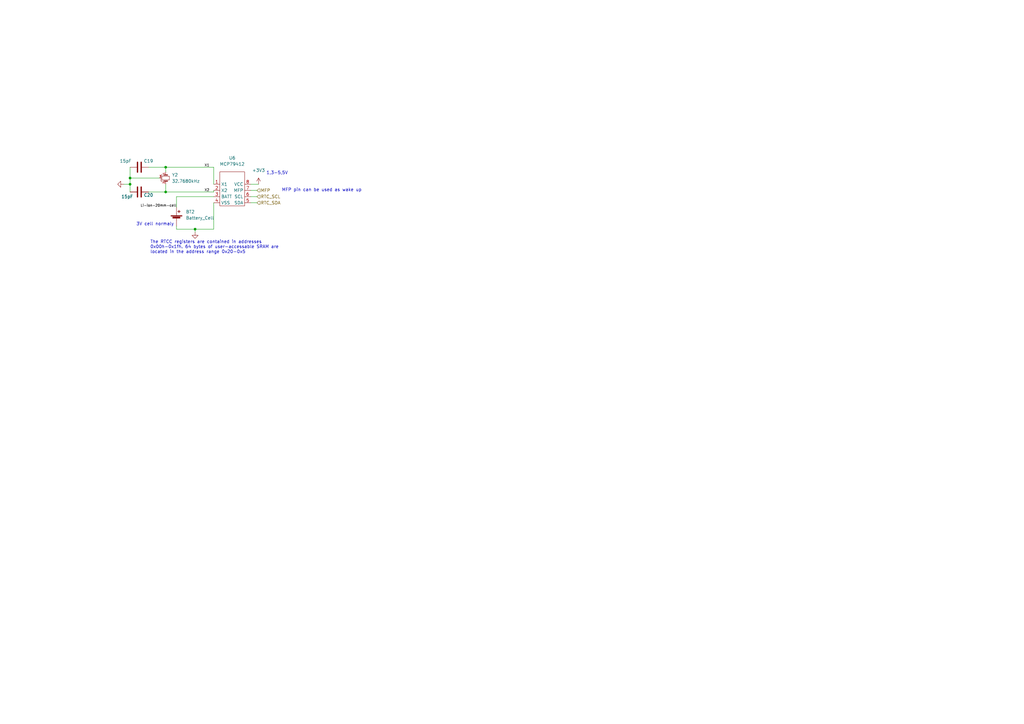
<source format=kicad_sch>
(kicad_sch (version 20211123) (generator eeschema)
  (paper "A3")
  (title_block (title "RP2040 learning board with Li ion battery and RTC") (rev "1"))
  (lib_symbols
    (symbol "Device:Battery_Cell" (pin_numbers hide) (pin_names (offset 0) hide)
      (property "Reference" "BT" (at 2.54 2.54 0))
      (property "Value" "Battery_Cell" (at 2.54 0 0))
      (symbol "Battery_Cell_0_1"
        (rectangle (start -2.286 1.778) (end 2.286 1.524) (fill (type outline)))
        (rectangle (start -1.5748 1.1938) (end 1.4732 0.6858) (fill (type outline)))
        (polyline (pts (xy 0 0.762) (xy 0 0)))
        (polyline (pts (xy 0 1.778) (xy 0 2.54)))
        (polyline (pts (xy 0.508 3.429) (xy 1.524 3.429)) (stroke (width 0.254)))
        (polyline (pts (xy 1.016 3.937) (xy 1.016 2.921)) (stroke (width 0.254)))
      )
      (symbol "Battery_Cell_1_1"
        (pin passive line (at 0 5.08 270) (length 2.54) (name "+") (number "1"))
        (pin passive line (at 0 -2.54 90) (length 2.54) (name "-") (number "2"))
      )
    )
    (symbol "Device:C" (pin_numbers hide) (pin_names (offset 0.254))
      (property "Reference" "C" (at 0.635 2.54 0))
      (property "Value" "C" (at 0.635 -2.54 0))
      (symbol "C_0_1"
        (polyline (pts (xy -2.032 -0.762) (xy 2.032 -0.762)) (stroke (width 0.508)))
        (polyline (pts (xy -2.032 0.762) (xy 2.032 0.762)) (stroke (width 0.508)))
      )
      (symbol "C_1_1"
        (pin passive line (at 0 3.81 270) (length 2.794) (name "~") (number "1"))
        (pin passive line (at 0 -3.81 90) (length 2.794) (name "~") (number "2"))
      )
    )
    (symbol "Device:Crystal_GND3_Small" (pin_names (offset 1.016) hide)
      (property "Reference" "Y" (at 0 5.08 0))
      (property "Value" "Crystal_GND3_Small" (at 0 3.175 0))
      (symbol "Crystal_GND3_Small_0_1"
        (rectangle (start -0.762 -1.524) (end 0.762 1.524))
        (polyline (pts (xy -1.27 -0.762) (xy -1.27 0.762)) (stroke (width 0.381)))
        (polyline (pts (xy 1.27 -0.762) (xy 1.27 0.762)) (stroke (width 0.381)))
        (polyline (pts (xy -1.27 -1.27) (xy -1.27 -1.905) (xy 1.27 -1.905) (xy 1.27 -1.27)))
      )
      (symbol "Crystal_GND3_Small_1_1"
        (pin passive line (at -2.54 0 0) (length 1.27) (name "1") (number "1"))
        (pin passive line (at 2.54 0 180) (length 1.27) (name "2") (number "2"))
        (pin passive line (at 0 -2.54 90) (length 0.635) (name "3") (number "3"))
      )
    )
    (symbol "My_custom_lib:MCP79412"
      (property "Reference" "U" (at 0 8.89 0))
      (property "Value" "MCP79412" (at 0 5.08 0))
      (symbol "MCP79412_0_1"
        (rectangle (start -5.08 -6.35) (end 5.08 7.62))
      )
      (symbol "MCP79412_1_1"
        (pin output line (at -7.62 2.54 0) (length 2.54) (name "X1") (number "1"))
        (pin output line (at -7.62 0 0) (length 2.54) (name "X2") (number "2"))
        (pin output line (at -7.62 -2.54 0) (length 2.54) (name "BATT") (number "3"))
        (pin output line (at -7.62 -5.08 0) (length 2.54) (name "VSS") (number "4"))
        (pin output line (at 7.62 -5.08 180) (length 2.54) (name "SDA") (number "5"))
        (pin output line (at 7.62 -2.54 180) (length 2.54) (name "SCL") (number "6"))
        (pin output line (at 7.62 0 180) (length 2.54) (name "MFP") (number "7"))
        (pin output line (at 7.62 2.54 180) (length 2.54) (name "VCC") (number "8"))
      )
    )
    (symbol "power:+3V3" (power) (pin_names (offset 0))
      (property "Value" "+3V3" (at 0 3.556 0))
      (symbol "+3V3_0_1"
        (polyline (pts (xy -0.762 1.27) (xy 0 2.54)))
        (polyline (pts (xy 0 0) (xy 0 2.54)))
        (polyline (pts (xy 0 2.54) (xy 0.762 1.27)))
      )
      (symbol "+3V3_1_1"
        (pin power_in line (at 0 0 90) (length 0) hide (name "+3V3") (number "1"))
      )
    )
    (symbol "power:GND" (power) (pin_names (offset 0))
      (property "Value" "GND" (at 0 -3.81 0))
      (symbol "GND_0_1"
        (polyline (pts (xy 0 0) (xy 0 -1.27) (xy 1.27 -1.27) (xy 0 -2.54) (xy -1.27 -1.27) (xy 0 -1.27)))
      )
      (symbol "GND_1_1"
        (pin power_in line (at 0 0 270) (length 0) hide (name "GND") (number "1"))
      )
    )
  )
  (junction (at 67.945 78.74))
  (junction (at 67.945 68.58))
  (junction (at 53.34 73.025))
  (junction (at 80.01 93.98))
  (junction (at 53.34 75.565))
  (wire (pts (xy 67.945 68.58) (xy 87.63 68.58)))
  (wire (pts (xy 80.01 93.98) (xy 87.63 93.98)))
  (wire (pts (xy 53.34 73.025) (xy 53.34 75.565)))
  (wire (pts (xy 72.39 93.98) (xy 80.01 93.98)))
  (wire (pts (xy 67.945 68.58) (xy 67.945 70.485)))
  (wire (pts (xy 72.39 80.645) (xy 72.39 85.09)))
  (wire (pts (xy 60.96 78.74) (xy 67.945 78.74)))
  (wire (pts (xy 53.34 75.565) (xy 53.34 78.74)))
  (wire (pts (xy 72.39 93.98) (xy 72.39 92.71)))
  (wire (pts (xy 53.34 73.025) (xy 65.405 73.025)))
  (wire (pts (xy 53.34 68.58) (xy 53.34 73.025)))
  (wire (pts (xy 67.945 75.565) (xy 67.945 78.74)))
  (wire (pts (xy 60.96 68.58) (xy 67.945 68.58)))
  (wire (pts (xy 87.63 80.645) (xy 72.39 80.645)))
  (wire (pts (xy 87.63 93.98) (xy 87.63 83.185)))
  (wire (pts (xy 102.87 83.185) (xy 105.41 83.185)))
  (wire (pts (xy 102.87 78.105) (xy 105.41 78.105)))
  (wire (pts (xy 102.87 80.645) (xy 105.41 80.645)))
  (wire (pts (xy 87.63 78.74) (xy 87.63 78.105)))
  (wire (pts (xy 50.8 75.565) (xy 53.34 75.565)))
  (wire (pts (xy 67.945 78.74) (xy 87.63 78.74)))
  (wire (pts (xy 80.01 93.98) (xy 80.01 95.25)))
  (wire (pts (xy 87.63 68.58) (xy 87.63 75.565)))
  (wire (pts (xy 102.87 75.565) (xy 106.045 75.565)))
  (text "1,3-5,5V" (at 109.22 71.755 0) (effects (font (size 1.27 1.27)) (justify left bottom)))
  (text "3V cell normaly " (at 55.88 92.71 0) (effects (font (size 1.27 1.27)) (justify left bottom)))
  (text "MFP pin can be used as wake up" (at 115.57 78.74 0) (effects (font (size 1.27 1.27)) (justify left bottom)))
  (text "The RTCC registers are contained in addresses\n0x00h-0x1fh. 64 bytes of user-accessable SRAM are\nlocated in the address range 0x20-0x5" (at 61.595 104.14 0) (effects (font (size 1.27 1.27)) (justify left bottom)))
  (label "X2" (at 83.82 78.74 0) (effects (font (size 1 1))))
  (label "Li-ion-20mm-cell" (at 72.39 85.09 180) (effects (font (size 1 1))))
  (label "X1" (at 83.82 68.58 0) (effects (font (size 1 1))))
  (hierarchical_label "MFP" (shape input) (at 105.41 78.105 0))
  (hierarchical_label "RTC_SDA" (shape input) (at 105.41 83.185 0))
  (hierarchical_label "RTC_SCL" (shape input) (at 105.41 80.645 0))
  (symbol (lib_id "power:GND") (at 50.8 75.565 270) (unit 1)
    (property "Reference" "#PWR058" (effects hide))
    (property "Value" "GND" (effects hide))
  )
  (symbol (lib_id "Device:C") (at 57.15 78.74 90) (unit 1)
    (property "Reference" "C20" (at 62.865 80.01 90) (effects (justify left)))
    (property "Value" "15pF" (at 54.61 80.645 90) (effects (justify left)))
    (property "Footprint" "Capacitor_SMD:C_0603_1608Metric_Pad1.08x0.95mm_HandSolder" (effects hide))
  )
  (symbol (lib_id "Device:Crystal_GND3_Small") (at 67.945 73.025 270) (unit 1)
    (property "Reference" "Y2" (at 70.485 71.7549 90) (effects (justify left)))
    (property "Value" "32.7680kHz" (at 70.485 74.2949 90) (effects (justify left)))
    (property "Footprint" "Crystal:Crystal_C38-LF_D3.0mm_L8.0mm_Vertical" (effects hide))
  )
  (symbol (lib_id "power:+3V3") (at 106.045 75.565 0) (unit 1)
    (property "Reference" "#PWR060" (effects hide))
    (property "Value" "+3V3" (at 106.045 69.85 0))
  )
  (symbol (lib_id "power:GND") (at 80.01 95.25 0) (unit 1)
    (property "Reference" "#PWR059" (effects hide))
    (property "Value" "GND" (effects hide))
  )
  (symbol (lib_id "My_custom_lib:MCP79412") (at 95.25 78.105 0) (unit 1)
    (property "Reference" "U6" (at 95.25 64.77 0))
    (property "Value" "MCP79412" (at 95.25 67.31 0))
    (property "Footprint" "Package_SO:TSSOP-8_4.4x3mm_P0.65mm" (effects hide))
    (property "Datasheet" "https://ro.mouser.com/datasheet/2/268/22266A-47240.pdf" (effects hide))
  )
  (symbol (lib_id "Device:C") (at 57.15 68.58 90) (unit 1)
    (property "Reference" "C19" (at 62.865 66.04 90) (effects (justify left)))
    (property "Value" "15pF" (at 53.975 66.04 90) (effects (justify left)))
    (property "Footprint" "Capacitor_SMD:C_0603_1608Metric_Pad1.08x0.95mm_HandSolder" (effects hide))
  )
  (symbol (lib_id "Device:Battery_Cell") (at 72.39 90.17 0) (unit 1)
    (property "Reference" "BT2" (at 76.2 86.8679 0) (effects (justify left)))
    (property "Value" "Battery_Cell" (at 76.2 89.4079 0) (effects (justify left)))
    (property "Footprint" "Z_mycustom_footprint_lib:BATHLD001THM" (effects hide))
  )
)
</source>
